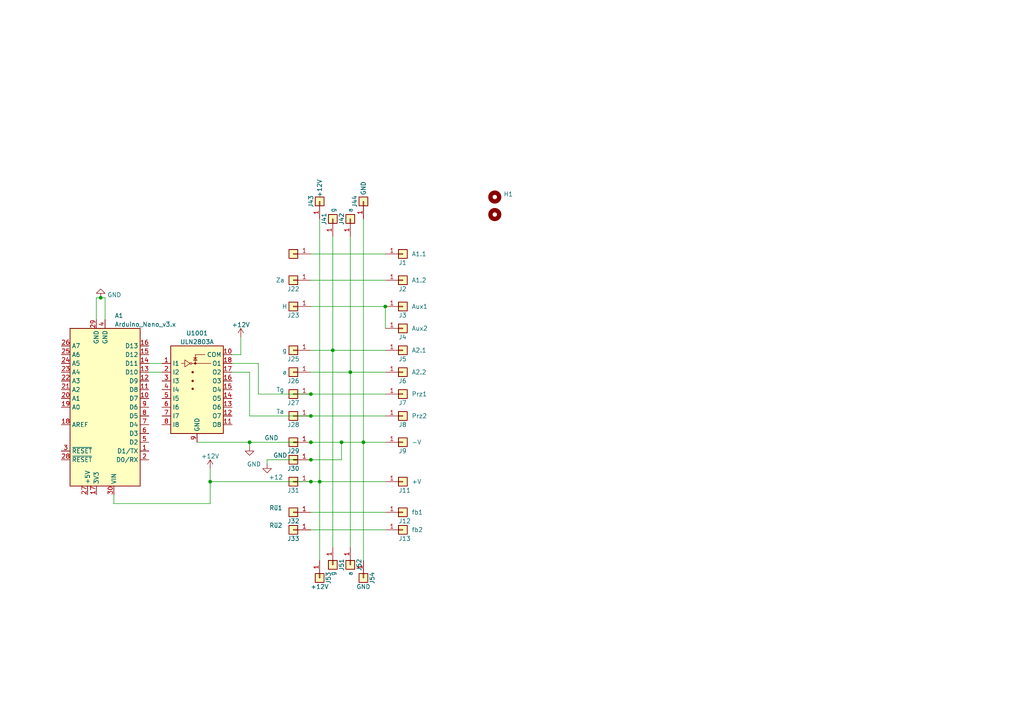
<source format=kicad_sch>
(kicad_sch (version 20230121) (generator eeschema)
  (paper "A4")
  (lib_symbols
    (symbol "Connector_Generic:Conn_01x01" (pin_names (offset 1.016) hide)
      (property "Reference" "J" (at 0 2.54 0))
      (property "Value" "Conn_01x01" (at 0 -2.54 0))
      (symbol "Conn_01x01_1_1"
        (rectangle (start -1.27 0.127) (end 0 -0.127) (stroke (width 0.1524)))
        (rectangle (start -1.27 1.27) (end 1.27 -1.27) (stroke (width 0.254)) (fill (type background)))
        (pin passive line (at -5.08 0 0) (length 3.81) (name "Pin_1") (number "1"))
      )
    )
    (symbol "MCU_Module:Arduino_Nano_v3.x"
      (property "Reference" "A" (at -10.16 23.495 0))
      (property "Value" "Arduino_Nano_v3.x" (at 5.08 -24.13 0))
      (symbol "Arduino_Nano_v3.x_0_1"
        (rectangle (start -10.16 22.86) (end 10.16 -22.86) (stroke (width 0.254)) (fill (type background)))
      )
      (symbol "Arduino_Nano_v3.x_1_1"
        (pin bidirectional line (at -12.7 12.7 0) (length 2.54) (name "D1/TX") (number "1"))
        (pin bidirectional line (at -12.7 -2.54 0) (length 2.54) (name "D7") (number "10"))
        (pin bidirectional line (at -12.7 -5.08 0) (length 2.54) (name "D8") (number "11"))
        (pin bidirectional line (at -12.7 -7.62 0) (length 2.54) (name "D9") (number "12"))
        (pin bidirectional line (at -12.7 -10.16 0) (length 2.54) (name "D10") (number "13"))
        (pin bidirectional line (at -12.7 -12.7 0) (length 2.54) (name "D11") (number "14"))
        (pin bidirectional line (at -12.7 -15.24 0) (length 2.54) (name "D12") (number "15"))
        (pin bidirectional line (at -12.7 -17.78 0) (length 2.54) (name "D13") (number "16"))
        (pin power_out line (at 2.54 25.4 270) (length 2.54) (name "3V3") (number "17"))
        (pin input line (at 12.7 5.08 180) (length 2.54) (name "AREF") (number "18"))
        (pin bidirectional line (at 12.7 0 180) (length 2.54) (name "A0") (number "19"))
        (pin bidirectional line (at -12.7 15.24 0) (length 2.54) (name "D0/RX") (number "2"))
        (pin bidirectional line (at 12.7 -2.54 180) (length 2.54) (name "A1") (number "20"))
        (pin bidirectional line (at 12.7 -5.08 180) (length 2.54) (name "A2") (number "21"))
        (pin bidirectional line (at 12.7 -7.62 180) (length 2.54) (name "A3") (number "22"))
        (pin bidirectional line (at 12.7 -10.16 180) (length 2.54) (name "A4") (number "23"))
        (pin bidirectional line (at 12.7 -12.7 180) (length 2.54) (name "A5") (number "24"))
        (pin bidirectional line (at 12.7 -15.24 180) (length 2.54) (name "A6") (number "25"))
        (pin bidirectional line (at 12.7 -17.78 180) (length 2.54) (name "A7") (number "26"))
        (pin power_out line (at 5.08 25.4 270) (length 2.54) (name "+5V") (number "27"))
        (pin input line (at 12.7 15.24 180) (length 2.54) (name "~{RESET}") (number "28"))
        (pin power_in line (at 2.54 -25.4 90) (length 2.54) (name "GND") (number "29"))
        (pin input line (at 12.7 12.7 180) (length 2.54) (name "~{RESET}") (number "3"))
        (pin power_in line (at -2.54 25.4 270) (length 2.54) (name "VIN") (number "30"))
        (pin power_in line (at 0 -25.4 90) (length 2.54) (name "GND") (number "4"))
        (pin bidirectional line (at -12.7 10.16 0) (length 2.54) (name "D2") (number "5"))
        (pin bidirectional line (at -12.7 7.62 0) (length 2.54) (name "D3") (number "6"))
        (pin bidirectional line (at -12.7 5.08 0) (length 2.54) (name "D4") (number "7"))
        (pin bidirectional line (at -12.7 2.54 0) (length 2.54) (name "D5") (number "8"))
        (pin bidirectional line (at -12.7 0 0) (length 2.54) (name "D6") (number "9"))
      )
    )
    (symbol "Mechanical:MountingHole" (pin_names (offset 1.016))
      (property "Reference" "H" (at 0 5.08 0))
      (property "Value" "MountingHole" (at 0 3.175 0))
      (symbol "MountingHole_0_1"
        (circle (center 0 0) (radius 1.27) (stroke (width 1.27)))
      )
    )
    (symbol "Transistor_Array:ULN2803A"
      (property "Reference" "U" (at 0 13.335 0))
      (property "Value" "ULN2803A" (at 0 11.43 0))
      (symbol "ULN2803A_0_1"
        (rectangle (start -7.62 -15.24) (end 7.62 10.16) (stroke (width 0.254)) (fill (type background)))
        (circle (center -1.778 5.08) (radius 0.254))
        (circle (center -1.27 -2.286) (radius 0.254) (fill (type outline)))
        (circle (center -1.27 0) (radius 0.254) (fill (type outline)))
        (circle (center -1.27 2.54) (radius 0.254) (fill (type outline)))
        (circle (center -0.508 5.08) (radius 0.254) (fill (type outline)))
        (polyline (pts (xy -4.572 5.08) (xy -3.556 5.08)))
        (polyline (pts (xy -1.524 5.08) (xy 4.064 5.08)))
        (polyline (pts (xy 0 6.731) (xy -1.016 6.731)))
        (polyline (pts (xy -0.508 5.08) (xy -0.508 7.62) (xy 2.286 7.62)))
        (polyline (pts (xy -3.556 6.096) (xy -3.556 4.064) (xy -2.032 5.08) (xy -3.556 6.096)))
        (polyline (pts (xy 0 5.969) (xy -1.016 5.969) (xy -0.508 6.731) (xy 0 5.969)))
      )
      (symbol "ULN2803A_1_1"
        (pin input line (at -10.16 5.08 0) (length 2.54) (name "I1") (number "1"))
        (pin passive line (at 10.16 7.62 180) (length 2.54) (name "COM") (number "10"))
        (pin open_collector line (at 10.16 -12.7 180) (length 2.54) (name "O8") (number "11"))
        (pin open_collector line (at 10.16 -10.16 180) (length 2.54) (name "O7") (number "12"))
        (pin open_collector line (at 10.16 -7.62 180) (length 2.54) (name "O6") (number "13"))
        (pin open_collector line (at 10.16 -5.08 180) (length 2.54) (name "O5") (number "14"))
        (pin open_collector line (at 10.16 -2.54 180) (length 2.54) (name "O4") (number "15"))
        (pin open_collector line (at 10.16 0 180) (length 2.54) (name "O3") (number "16"))
        (pin open_collector line (at 10.16 2.54 180) (length 2.54) (name "O2") (number "17"))
        (pin open_collector line (at 10.16 5.08 180) (length 2.54) (name "O1") (number "18"))
        (pin input line (at -10.16 2.54 0) (length 2.54) (name "I2") (number "2"))
        (pin input line (at -10.16 0 0) (length 2.54) (name "I3") (number "3"))
        (pin input line (at -10.16 -2.54 0) (length 2.54) (name "I4") (number "4"))
        (pin input line (at -10.16 -5.08 0) (length 2.54) (name "I5") (number "5"))
        (pin input line (at -10.16 -7.62 0) (length 2.54) (name "I6") (number "6"))
        (pin input line (at -10.16 -10.16 0) (length 2.54) (name "I7") (number "7"))
        (pin input line (at -10.16 -12.7 0) (length 2.54) (name "I8") (number "8"))
        (pin power_in line (at 0 -17.78 90) (length 2.54) (name "GND") (number "9"))
      )
    )
    (symbol "power:+12V" (power) (pin_names (offset 0))
      (property "Value" "+12V" (at 0 3.556 0))
      (symbol "+12V_0_1"
        (polyline (pts (xy -0.762 1.27) (xy 0 2.54)))
        (polyline (pts (xy 0 0) (xy 0 2.54)))
        (polyline (pts (xy 0 2.54) (xy 0.762 1.27)))
      )
      (symbol "+12V_1_1"
        (pin power_in line (at 0 0 90) (length 0) hide (name "+12V") (number "1"))
      )
    )
    (symbol "power:GND" (power) (pin_names (offset 0))
      (property "Value" "GND" (at 0 -3.81 0))
      (symbol "GND_0_1"
        (polyline (pts (xy 0 0) (xy 0 -1.27) (xy 1.27 -1.27) (xy 0 -2.54) (xy -1.27 -1.27) (xy 0 -1.27)))
      )
      (symbol "GND_1_1"
        (pin power_in line (at 0 0 270) (length 0) hide (name "GND") (number "1"))
      )
    )
  )
  (junction (at 90.17 139.7))
  (junction (at 29.21 86.36))
  (junction (at 60.96 139.7))
  (junction (at 105.41 128.27))
  (junction (at 96.52 101.6))
  (junction (at 99.06 128.27))
  (junction (at 90.17 133.35))
  (junction (at 101.6 107.95))
  (junction (at 90.17 128.27))
  (junction (at 90.17 120.65))
  (junction (at 111.76 88.9))
  (junction (at 72.39 128.27))
  (junction (at 90.17 114.3))
  (junction (at 92.71 139.7))
  (wire (pts (xy 60.96 135.89) (xy 60.96 139.7)))
  (wire (pts (xy 96.52 101.6) (xy 111.76 101.6)))
  (wire (pts (xy 90.17 114.3) (xy 111.76 114.3)))
  (wire (pts (xy 60.96 146.05) (xy 60.96 139.7)))
  (wire (pts (xy 33.02 143.51) (xy 33.02 146.05)))
  (wire (pts (xy 105.41 128.27) (xy 111.76 128.27)))
  (wire (pts (xy 77.47 133.35) (xy 90.17 133.35)))
  (wire (pts (xy 67.31 105.41) (xy 74.93 105.41)))
  (wire (pts (xy 101.6 68.58) (xy 101.6 107.95)))
  (wire (pts (xy 105.41 63.5) (xy 105.41 128.27)))
  (wire (pts (xy 96.52 101.6) (xy 96.52 158.75)))
  (wire (pts (xy 67.31 102.87) (xy 69.85 102.87)))
  (wire (pts (xy 27.94 92.71) (xy 27.94 86.36)))
  (wire (pts (xy 99.06 133.35) (xy 99.06 128.27)))
  (wire (pts (xy 90.17 128.27) (xy 99.06 128.27)))
  (wire (pts (xy 90.17 101.6) (xy 96.52 101.6)))
  (wire (pts (xy 30.48 92.71) (xy 30.48 86.36)))
  (wire (pts (xy 92.71 139.7) (xy 111.76 139.7)))
  (wire (pts (xy 90.17 73.66) (xy 111.76 73.66)))
  (wire (pts (xy 27.94 86.36) (xy 29.21 86.36)))
  (wire (pts (xy 105.41 128.27) (xy 105.41 162.56)))
  (wire (pts (xy 92.71 63.5) (xy 92.71 139.7)))
  (wire (pts (xy 101.6 107.95) (xy 111.76 107.95)))
  (wire (pts (xy 69.85 102.87) (xy 69.85 97.79)))
  (wire (pts (xy 43.18 105.41) (xy 46.99 105.41)))
  (wire (pts (xy 74.93 105.41) (xy 74.93 114.3)))
  (wire (pts (xy 96.52 68.58) (xy 96.52 101.6)))
  (wire (pts (xy 90.17 81.28) (xy 111.76 81.28)))
  (wire (pts (xy 90.17 133.35) (xy 99.06 133.35)))
  (wire (pts (xy 74.93 114.3) (xy 90.17 114.3)))
  (wire (pts (xy 30.48 86.36) (xy 29.21 86.36)))
  (wire (pts (xy 77.47 134.62) (xy 77.47 133.35)))
  (wire (pts (xy 72.39 128.27) (xy 72.39 129.54)))
  (wire (pts (xy 33.02 146.05) (xy 60.96 146.05)))
  (wire (pts (xy 67.31 107.95) (xy 72.39 107.95)))
  (wire (pts (xy 60.96 139.7) (xy 90.17 139.7)))
  (wire (pts (xy 90.17 120.65) (xy 111.76 120.65)))
  (wire (pts (xy 90.17 88.9) (xy 111.76 88.9)))
  (wire (pts (xy 92.71 139.7) (xy 92.71 162.56)))
  (wire (pts (xy 90.17 148.59) (xy 111.76 148.59)))
  (wire (pts (xy 99.06 128.27) (xy 105.41 128.27)))
  (wire (pts (xy 90.17 139.7) (xy 92.71 139.7)))
  (wire (pts (xy 111.76 88.9) (xy 111.76 95.25)))
  (wire (pts (xy 90.17 153.67) (xy 111.76 153.67)))
  (wire (pts (xy 43.18 107.95) (xy 46.99 107.95)))
  (wire (pts (xy 101.6 107.95) (xy 101.6 158.75)))
  (wire (pts (xy 72.39 128.27) (xy 90.17 128.27)))
  (wire (pts (xy 90.17 107.95) (xy 101.6 107.95)))
  (wire (pts (xy 57.15 128.27) (xy 72.39 128.27)))
  (wire (pts (xy 72.39 120.65) (xy 90.17 120.65)))
  (wire (pts (xy 72.39 107.95) (xy 72.39 120.65)))
  (symbol (lib_id "Connector_Generic:Conn_01x01") (at 105.41 58.42 90) (unit 1)
    (property "Reference" "J44" (at 102.87 58.42 0))
    (property "Value" "GND" (at 105.41 54.61 0))
    (property "Footprint" "Wago:Pad_7.5x2.2mm" (effects hide))
  )
  (symbol (lib_id "MCU_Module:Arduino_Nano_v3.x") (at 30.48 118.11 180) (unit 1) (on_board no)
    (property "Reference" "A1" (at 33.2487 91.5502 0) (effects (justify right)))
    (property "Value" "Arduino_Nano_v3.x" (at 33.2487 94.0871 0) (effects (justify right)))
    (property "Footprint" "Module:Arduino_Nano" (effects hide))
    (property "Datasheet" "http://www.mouser.com/pdfdocs/Gravitech_Arduino_Nano3_0.pdf" (effects hide))
  )
  (symbol (lib_id "Connector_Generic:Conn_01x01") (at 85.09 153.67 180) (unit 1)
    (property "Reference" "J33" (at 85.09 156.21 0))
    (property "Value" "Rü2" (at 80.01 152.4 0))
    (property "Footprint" "Wago:Pad_7.5x2.2mm" (effects hide))
  )
  (symbol (lib_id "Connector_Generic:Conn_01x01") (at 116.84 139.7 0) (unit 1)
    (property "Reference" "J11" (at 115.57 142.24 0) (effects (justify left)))
    (property "Value" "+V" (at 119.38 139.7 0) (effects (justify left)))
    (property "Footprint" "Wago:Pad_7.5x2.2mm" (effects hide))
  )
  (symbol (lib_id "Connector_Generic:Conn_01x01") (at 101.6 63.5 90) (unit 1)
    (property "Reference" "J42" (at 99.06 63.5 0))
    (property "Value" "a" (at 101.6 60.96 0))
    (property "Footprint" "Wago:Pad_7.5x2.2mm" (effects hide))
  )
  (symbol (lib_id "Connector_Generic:Conn_01x01") (at 116.84 148.59 0) (unit 1)
    (property "Reference" "J12" (at 115.57 151.13 0) (effects (justify left)))
    (property "Value" "fb1" (at 119.38 148.59 0) (effects (justify left)))
    (property "Footprint" "Wago:Pad_7.5x2.2mm" (effects hide))
  )
  (symbol (lib_id "Connector_Generic:Conn_01x01") (at 116.84 114.3 0) (unit 1)
    (property "Reference" "J7" (at 115.57 116.84 0) (effects (justify left)))
    (property "Value" "Prz1" (at 119.38 114.3 0) (effects (justify left)))
    (property "Footprint" "Wago:Pad_7.5x2.2mm" (effects hide))
  )
  (symbol (lib_id "Connector_Generic:Conn_01x01") (at 92.71 58.42 90) (unit 1)
    (property "Reference" "J43" (at 90.17 58.42 0))
    (property "Value" "+12V" (at 92.71 54.61 0))
    (property "Footprint" "Wago:Pad_7.5x2.2mm" (effects hide))
  )
  (symbol (lib_id "Connector_Generic:Conn_01x01") (at 85.09 73.66 180) (unit 1)
    (property "Reference" "J21" (at 85.09 76.2 0))
    (property "Value" "Zg" (at 81.28 73.66 0))
    (property "Footprint" "Wago:Pad_7.5x2.2mm" (effects hide))
    (property "Reference" "J21" (effects hide))
    (property "Value" "Conn_01x01" (effects hide))
  )
  (symbol (lib_id "Connector_Generic:Conn_01x01") (at 116.84 153.67 0) (unit 1)
    (property "Reference" "J13" (at 115.57 156.21 0) (effects (justify left)))
    (property "Value" "fb2" (at 119.38 153.67 0) (effects (justify left)))
    (property "Footprint" "Wago:Pad_7.5x2.2mm" (effects hide))
  )
  (symbol (lib_id "Mechanical:MountingHole") (at 143.51 62.23 0) (unit 1)
    (property "Reference" "H3" (at 146.05 61.3953 0) (effects (justify left)))
    (property "Value" "MountingHole" (effects hide))
    (property "Footprint" "MountingHole:MountingHole_2.1mm" (effects hide))
    (property "Reference" "H3" (effects hide))
    (property "Value" "MountingHole" (effects hide))
  )
  (symbol (lib_id "power:+12V") (at 69.85 97.79 0) (unit 1) (in_bom no) (on_board no)
    (property "Reference" "#PWR0104" (effects hide))
    (property "Value" "+12V" (at 69.85 94.2142 0))
  )
  (symbol (lib_id "Connector_Generic:Conn_01x01") (at 92.71 167.64 270) (unit 1)
    (property "Reference" "J53" (at 95.25 167.64 0))
    (property "Value" "+12V" (at 92.71 170.18 90))
    (property "Footprint" "Wago:Pad_7.5x2.2mm" (effects hide))
  )
  (symbol (lib_id "Connector_Generic:Conn_01x01") (at 116.84 88.9 0) (unit 1)
    (property "Reference" "J3" (at 115.57 91.44 0) (effects (justify left)))
    (property "Value" "Aux1" (at 119.38 88.9 0) (effects (justify left)))
    (property "Footprint" "Wago:Pad_7.5x2.2mm" (effects hide))
  )
  (symbol (lib_id "Connector_Generic:Conn_01x01") (at 85.09 88.9 180) (unit 1)
    (property "Reference" "J23" (at 85.09 91.44 0))
    (property "Value" "H" (at 82.55 88.9 0))
    (property "Footprint" "Wago:Pad_7.5x2.2mm" (effects hide))
  )
  (symbol (lib_id "Connector_Generic:Conn_01x01") (at 96.52 63.5 90) (unit 1)
    (property "Reference" "J41" (at 93.98 63.5 0))
    (property "Value" "g" (at 96.52 60.96 0))
    (property "Footprint" "Wago:Pad_7.5x2.2mm" (effects hide))
  )
  (symbol (lib_id "Connector_Generic:Conn_01x01") (at 105.41 167.64 270) (unit 1)
    (property "Reference" "J54" (at 107.95 167.64 0))
    (property "Value" "GND" (at 105.41 170.18 90))
    (property "Footprint" "Wago:Pad_7.5x2.2mm" (effects hide))
  )
  (symbol (lib_id "power:GND") (at 29.21 86.36 180) (unit 1) (in_bom no) (on_board no)
    (property "Reference" "#PWR0105" (effects hide))
    (property "Value" "GND" (at 31.115 85.5238 0) (effects (justify right)))
  )
  (symbol (lib_id "Connector_Generic:Conn_01x01") (at 85.09 101.6 180) (unit 1)
    (property "Reference" "J25" (at 85.09 104.14 0))
    (property "Value" "g" (at 82.55 101.6 0))
    (property "Footprint" "Wago:Pad_7.5x2.2mm" (effects hide))
  )
  (symbol (lib_id "Connector_Generic:Conn_01x01") (at 116.84 107.95 0) (unit 1)
    (property "Reference" "J6" (at 115.57 110.49 0) (effects (justify left)))
    (property "Value" "A2.2" (at 119.38 107.95 0) (effects (justify left)))
    (property "Footprint" "Wago:Pad_7.5x2.2mm" (effects hide))
  )
  (symbol (lib_id "Connector_Generic:Conn_01x01") (at 85.09 139.7 180) (unit 1)
    (property "Reference" "J31" (at 85.09 142.24 0))
    (property "Value" "+12" (at 80.01 138.43 0))
    (property "Footprint" "Wago:Pad_7.5x2.2mm" (effects hide))
  )
  (symbol (lib_id "Connector_Generic:Conn_01x01") (at 116.84 128.27 0) (unit 1)
    (property "Reference" "J9" (at 115.57 130.81 0) (effects (justify left)))
    (property "Value" "-V" (at 119.38 128.27 0) (effects (justify left)))
    (property "Footprint" "Wago:Pad_7.5x2.2mm" (effects hide))
  )
  (symbol (lib_id "Connector_Generic:Conn_01x01") (at 116.84 95.25 0) (unit 1)
    (property "Reference" "J4" (at 115.57 97.79 0) (effects (justify left)))
    (property "Value" "Aux2" (at 119.38 95.25 0) (effects (justify left)))
    (property "Footprint" "Wago:Pad_7.5x2.2mm" (effects hide))
  )
  (symbol (lib_id "Connector_Generic:Conn_01x01") (at 85.09 128.27 180) (unit 1)
    (property "Reference" "J29" (at 85.09 130.81 0))
    (property "Value" "GND" (at 78.74 127 0))
    (property "Footprint" "Wago:Pad_7.5x2.2mm" (effects hide))
  )
  (symbol (lib_id "power:GND") (at 72.39 129.54 0) (unit 1) (in_bom no) (on_board no)
    (property "Reference" "#PWR0101" (effects hide))
    (property "Value" "GND" (effects hide))
  )
  (symbol (lib_id "Connector_Generic:Conn_01x01") (at 85.09 120.65 180) (unit 1)
    (property "Reference" "J28" (at 85.09 123.19 0))
    (property "Value" "Ta" (at 81.28 119.38 0))
    (property "Footprint" "Wago:Pad_7.5x2.2mm" (effects hide))
  )
  (symbol (lib_id "Connector_Generic:Conn_01x01") (at 116.84 101.6 0) (unit 1)
    (property "Reference" "J5" (at 115.57 104.14 0) (effects (justify left)))
    (property "Value" "A2.1" (at 119.38 101.6 0) (effects (justify left)))
    (property "Footprint" "Wago:Pad_7.5x2.2mm" (effects hide))
  )
  (symbol (lib_id "Connector_Generic:Conn_01x01") (at 116.84 73.66 0) (unit 1)
    (property "Reference" "J1" (at 115.57 76.2 0) (effects (justify left)))
    (property "Value" "A1.1" (at 119.38 73.66 0) (effects (justify left)))
    (property "Footprint" "Wago:Pad_7.5x2.2mm" (effects hide))
  )
  (symbol (lib_id "Connector_Generic:Conn_01x01") (at 116.84 81.28 0) (unit 1)
    (property "Reference" "J2" (at 115.57 83.82 0) (effects (justify left)))
    (property "Value" "A1.2" (at 119.38 81.28 0) (effects (justify left)))
    (property "Footprint" "Wago:Pad_7.5x2.2mm" (effects hide))
  )
  (symbol (lib_id "Connector_Generic:Conn_01x01") (at 85.09 148.59 180) (unit 1)
    (property "Reference" "J32" (at 85.09 151.13 0))
    (property "Value" "Rü1" (at 80.01 147.32 0))
    (property "Footprint" "Wago:Pad_7.5x2.2mm" (effects hide))
  )
  (symbol (lib_id "Transistor_Array:ULN2803A") (at 57.15 110.49 0) (unit 1) (on_board no)
    (property "Reference" "U1001" (at 57.15 96.6302 0))
    (property "Value" "ULN2803A" (at 57.15 99.1671 0))
    (property "Datasheet" "http://www.ti.com/lit/ds/symlink/uln2803a.pdf" (effects hide))
  )
  (symbol (lib_id "power:+12V") (at 60.96 135.89 0) (unit 1) (in_bom no) (on_board no)
    (property "Reference" "#PWR0102" (effects hide))
    (property "Value" "+12V" (at 60.96 132.3142 0))
  )
  (symbol (lib_id "Connector_Generic:Conn_01x01") (at 101.6 163.83 270) (unit 1)
    (property "Reference" "J52" (at 104.14 163.83 0))
    (property "Value" "a" (at 101.6 166.37 0))
    (property "Footprint" "Wago:Pad_7.5x2.2mm" (effects hide))
  )
  (symbol (lib_id "Mechanical:MountingHole") (at 143.51 57.15 0) (unit 1)
    (property "Reference" "H1" (at 146.05 56.3153 0) (effects (justify left)))
    (property "Value" "MountingHole" (effects hide))
    (property "Footprint" "MountingHole:MountingHole_2.1mm" (effects hide))
  )
  (symbol (lib_id "Connector_Generic:Conn_01x01") (at 85.09 114.3 180) (unit 1)
    (property "Reference" "J27" (at 85.09 116.84 0))
    (property "Value" "Tg" (at 81.28 113.03 0))
    (property "Footprint" "Wago:Pad_7.5x2.2mm" (effects hide))
  )
  (symbol (lib_id "Connector_Generic:Conn_01x01") (at 96.52 163.83 270) (unit 1)
    (property "Reference" "J51" (at 99.06 163.83 0))
    (property "Value" "g" (at 96.52 166.37 0))
    (property "Footprint" "Wago:Pad_7.5x2.2mm" (effects hide))
  )
  (symbol (lib_id "Connector_Generic:Conn_01x01") (at 85.09 133.35 180) (unit 1)
    (property "Reference" "J30" (at 85.09 135.89 0))
    (property "Value" "GND" (at 81.28 132.08 0))
    (property "Footprint" "Wago:Pad_7.5x2.2mm" (effects hide))
  )
  (symbol (lib_id "Connector_Generic:Conn_01x01") (at 85.09 107.95 180) (unit 1)
    (property "Reference" "J26" (at 85.09 110.49 0))
    (property "Value" "a" (at 82.55 107.95 0))
    (property "Footprint" "Wago:Pad_7.5x2.2mm" (effects hide))
  )
  (symbol (lib_id "Connector_Generic:Conn_01x01") (at 85.09 81.28 180) (unit 1)
    (property "Reference" "J22" (at 85.09 83.82 0))
    (property "Value" "Za" (at 81.28 81.28 0))
    (property "Footprint" "Wago:Pad_7.5x2.2mm" (effects hide))
  )
  (symbol (lib_id "power:GND") (at 77.47 134.62 0) (unit 1) (in_bom no) (on_board no)
    (property "Reference" "#PWR0103" (effects hide))
    (property "Value" "GND" (at 73.66 134.62 0))
  )
  (symbol (lib_id "Connector_Generic:Conn_01x01") (at 116.84 120.65 0) (unit 1)
    (property "Reference" "J8" (at 115.57 123.19 0) (effects (justify left)))
    (property "Value" "Prz2" (at 119.38 120.65 0) (effects (justify left)))
    (property "Footprint" "Wago:Pad_7.5x2.2mm" (effects hide))
  )
)
</source>
